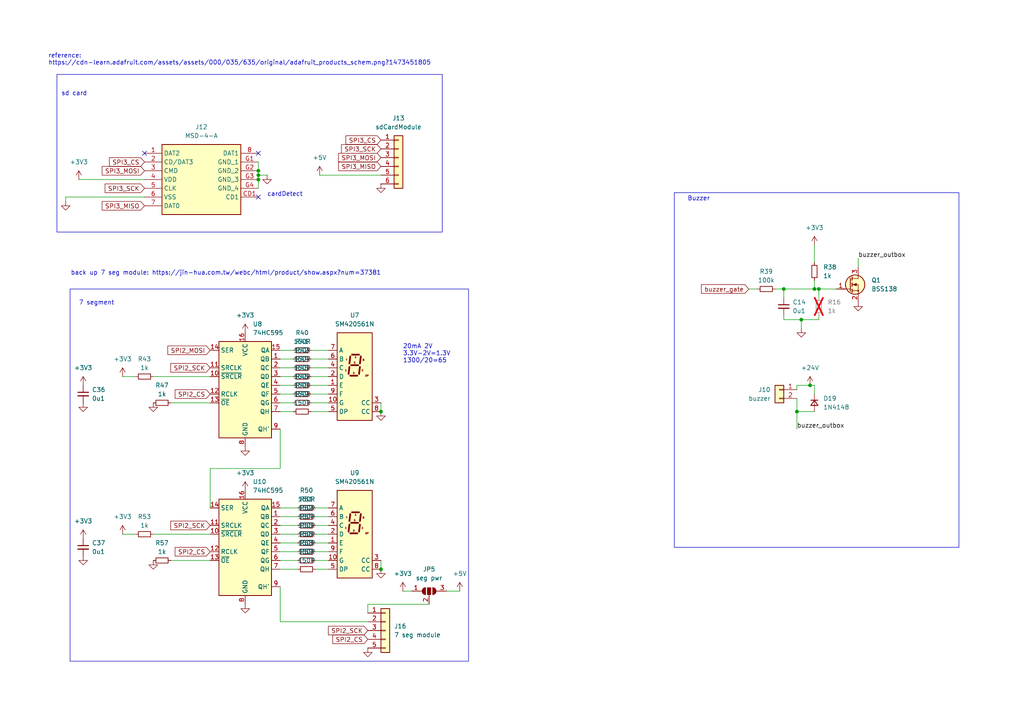
<source format=kicad_sch>
(kicad_sch (version 20231120) (generator "eeschema") (generator_version "8.0")
  (paper "A4")
  (title_block (title "rear box nucleo board 1") (date "2024-08-05") (rev "3.2") (company "NTURacing") (comment 1 "郭哲明") (comment 2 "Electrical group"))
  (lib_symbols
    (symbol "74xx:74HC595"
      (property "Reference" "U" (at -7.62 13.97 0))
      (property "Value" "74HC595" (at -7.62 -16.51 0))
      (symbol "74HC595_1_0"
        (pin tri_state line (at 10.16 7.62 180) (length 2.54) (name "QB") (number "1"))
        (pin input line (at -10.16 2.54 0) (length 2.54) (name "~{SRCLR}") (number "10"))
        (pin input line (at -10.16 5.08 0) (length 2.54) (name "SRCLK") (number "11"))
        (pin input line (at -10.16 -2.54 0) (length 2.54) (name "RCLK") (number "12"))
        (pin input line (at -10.16 -5.08 0) (length 2.54) (name "~{OE}") (number "13"))
        (pin input line (at -10.16 10.16 0) (length 2.54) (name "SER") (number "14"))
        (pin tri_state line (at 10.16 10.16 180) (length 2.54) (name "QA") (number "15"))
        (pin power_in line (at 0 15.24 270) (length 2.54) (name "VCC") (number "16"))
        (pin tri_state line (at 10.16 5.08 180) (length 2.54) (name "QC") (number "2"))
        (pin tri_state line (at 10.16 2.54 180) (length 2.54) (name "QD") (number "3"))
        (pin tri_state line (at 10.16 0 180) (length 2.54) (name "QE") (number "4"))
        (pin tri_state line (at 10.16 -2.54 180) (length 2.54) (name "QF") (number "5"))
        (pin tri_state line (at 10.16 -5.08 180) (length 2.54) (name "QG") (number "6"))
        (pin tri_state line (at 10.16 -7.62 180) (length 2.54) (name "QH") (number "7"))
        (pin power_in line (at 0 -17.78 90) (length 2.54) (name "GND") (number "8"))
        (pin output line (at 10.16 -12.7 180) (length 2.54) (name "QH'") (number "9"))
      )
      (symbol "74HC595_1_1"
        (rectangle (start -7.62 12.7) (end 7.62 -15.24) (stroke (width 0.254)) (fill (type background)))
      )
    )
    (symbol "Connector_Generic:Conn_01x02" (pin_names (offset 1.016) hide)
      (property "Reference" "J" (at 0 2.54 0))
      (property "Value" "Conn_01x02" (at 0 -5.08 0))
      (symbol "Conn_01x02_1_1"
        (rectangle (start -1.27 -2.413) (end 0 -2.667) (stroke (width 0.1524)))
        (rectangle (start -1.27 0.127) (end 0 -0.127) (stroke (width 0.1524)))
        (rectangle (start -1.27 1.27) (end 1.27 -3.81) (stroke (width 0.254)) (fill (type background)))
        (pin passive line (at -5.08 0 0) (length 3.81) (name "Pin_1") (number "1"))
        (pin passive line (at -5.08 -2.54 0) (length 3.81) (name "Pin_2") (number "2"))
      )
    )
    (symbol "Connector_Generic:Conn_01x05" (pin_names (offset 1.016) hide)
      (property "Reference" "J" (at 0 7.62 0))
      (property "Value" "Conn_01x05" (at 0 -7.62 0))
      (symbol "Conn_01x05_1_1"
        (rectangle (start -1.27 -4.953) (end 0 -5.207) (stroke (width 0.1524)))
        (rectangle (start -1.27 -2.413) (end 0 -2.667) (stroke (width 0.1524)))
        (rectangle (start -1.27 0.127) (end 0 -0.127) (stroke (width 0.1524)))
        (rectangle (start -1.27 2.667) (end 0 2.413) (stroke (width 0.1524)))
        (rectangle (start -1.27 5.207) (end 0 4.953) (stroke (width 0.1524)))
        (rectangle (start -1.27 6.35) (end 1.27 -6.35) (stroke (width 0.254)) (fill (type background)))
        (pin passive line (at -5.08 5.08 0) (length 3.81) (name "Pin_1") (number "1"))
        (pin passive line (at -5.08 2.54 0) (length 3.81) (name "Pin_2") (number "2"))
        (pin passive line (at -5.08 0 0) (length 3.81) (name "Pin_3") (number "3"))
        (pin passive line (at -5.08 -2.54 0) (length 3.81) (name "Pin_4") (number "4"))
        (pin passive line (at -5.08 -5.08 0) (length 3.81) (name "Pin_5") (number "5"))
      )
    )
    (symbol "Connector_Generic:Conn_01x06" (pin_names (offset 1.016) hide)
      (property "Reference" "J" (at 0 7.62 0))
      (property "Value" "Conn_01x06" (at 0 -10.16 0))
      (symbol "Conn_01x06_1_1"
        (rectangle (start -1.27 -7.493) (end 0 -7.747) (stroke (width 0.1524)))
        (rectangle (start -1.27 -4.953) (end 0 -5.207) (stroke (width 0.1524)))
        (rectangle (start -1.27 -2.413) (end 0 -2.667) (stroke (width 0.1524)))
        (rectangle (start -1.27 0.127) (end 0 -0.127) (stroke (width 0.1524)))
        (rectangle (start -1.27 2.667) (end 0 2.413) (stroke (width 0.1524)))
        (rectangle (start -1.27 5.207) (end 0 4.953) (stroke (width 0.1524)))
        (rectangle (start -1.27 6.35) (end 1.27 -8.89) (stroke (width 0.254)) (fill (type background)))
        (pin passive line (at -5.08 5.08 0) (length 3.81) (name "Pin_1") (number "1"))
        (pin passive line (at -5.08 2.54 0) (length 3.81) (name "Pin_2") (number "2"))
        (pin passive line (at -5.08 0 0) (length 3.81) (name "Pin_3") (number "3"))
        (pin passive line (at -5.08 -2.54 0) (length 3.81) (name "Pin_4") (number "4"))
        (pin passive line (at -5.08 -5.08 0) (length 3.81) (name "Pin_5") (number "5"))
        (pin passive line (at -5.08 -7.62 0) (length 3.81) (name "Pin_6") (number "6"))
      )
    )
    (symbol "Device:C_Small" (pin_numbers hide) (pin_names (offset 0.254) hide)
      (property "Reference" "C" (at 0.254 1.778 0))
      (property "Value" "C_Small" (at 0.254 -2.032 0))
      (symbol "C_Small_0_1"
        (polyline (pts (xy -1.524 -0.508) (xy 1.524 -0.508)) (stroke (width 0.3302)))
        (polyline (pts (xy -1.524 0.508) (xy 1.524 0.508)) (stroke (width 0.3048)))
      )
      (symbol "C_Small_1_1"
        (pin passive line (at 0 2.54 270) (length 2.032) (name "~") (number "1"))
        (pin passive line (at 0 -2.54 90) (length 2.032) (name "~") (number "2"))
      )
    )
    (symbol "Device:D_Small" (pin_numbers hide) (pin_names (offset 0.254) hide)
      (property "Reference" "D" (at -1.27 2.032 0))
      (property "Value" "D_Small" (at -3.81 -2.032 0))
      (symbol "D_Small_0_1"
        (polyline (pts (xy -0.762 -1.016) (xy -0.762 1.016)) (stroke (width 0.254)))
        (polyline (pts (xy -0.762 0) (xy 0.762 0)))
        (polyline (pts (xy 0.762 -1.016) (xy -0.762 0) (xy 0.762 1.016) (xy 0.762 -1.016)) (stroke (width 0.254)))
      )
      (symbol "D_Small_1_1"
        (pin passive line (at -2.54 0 0) (length 1.778) (name "K") (number "1"))
        (pin passive line (at 2.54 0 180) (length 1.778) (name "A") (number "2"))
      )
    )
    (symbol "Device:R_Small" (pin_numbers hide) (pin_names (offset 0.254) hide)
      (property "Reference" "R" (at 0.762 0.508 0))
      (property "Value" "R_Small" (at 0.762 -1.016 0))
      (symbol "R_Small_0_1"
        (rectangle (start -0.762 1.778) (end 0.762 -1.778) (stroke (width 0.2032)))
      )
      (symbol "R_Small_1_1"
        (pin passive line (at 0 2.54 270) (length 0.762) (name "~") (number "1"))
        (pin passive line (at 0 -2.54 90) (length 0.762) (name "~") (number "2"))
      )
    )
    (symbol "Display_Character:SM420561N"
      (property "Reference" "U" (at -2.54 13.97 0))
      (property "Value" "SM420561N" (at 1.27 13.97 0))
      (symbol "SM420561N_0_0"
        (text "A" (at 0.254 5.588 0) (effects (font (size 0.508 0.508))))
        (text "B" (at 2.54 4.826 0) (effects (font (size 0.508 0.508))))
        (text "C" (at 2.286 1.778 0) (effects (font (size 0.508 0.508))))
        (text "D" (at -0.254 1.016 0) (effects (font (size 0.508 0.508))))
        (text "DP" (at 3.556 0.254 0) (effects (font (size 0.508 0.508))))
        (text "E" (at -2.54 1.778 0) (effects (font (size 0.508 0.508))))
        (text "F" (at -2.286 4.826 0) (effects (font (size 0.508 0.508))))
        (text "G" (at 0 4.064 0) (effects (font (size 0.508 0.508))))
      )
      (symbol "SM420561N_0_1"
        (rectangle (start -5.08 12.7) (end 5.08 -12.7) (stroke (width 0.254)) (fill (type background)))
        (polyline (pts (xy -1.524 2.794) (xy -1.778 0.762)) (stroke (width 0.508)))
        (polyline (pts (xy -1.27 0.254) (xy 0.762 0.254)) (stroke (width 0.508)))
        (polyline (pts (xy -1.27 5.842) (xy -1.524 3.81)) (stroke (width 0.508)))
        (polyline (pts (xy -1.016 3.302) (xy 1.016 3.302)) (stroke (width 0.508)))
        (polyline (pts (xy -0.762 6.35) (xy 1.27 6.35)) (stroke (width 0.508)))
        (polyline (pts (xy 1.524 2.794) (xy 1.27 0.762)) (stroke (width 0.508)))
        (polyline (pts (xy 1.778 5.842) (xy 1.524 3.81)) (stroke (width 0.508)))
        (polyline (pts (xy 2.54 0.254) (xy 2.54 0.254)) (stroke (width 0.508)))
      )
      (symbol "SM420561N_1_1"
        (pin input line (at -7.62 -2.54 0) (length 2.54) (name "E") (number "1"))
        (pin input line (at -7.62 -7.62 0) (length 2.54) (name "G") (number "10"))
        (pin input line (at -7.62 0 0) (length 2.54) (name "D") (number "2"))
        (pin input line (at 7.62 -7.62 180) (length 2.54) (name "CC") (number "3"))
        (pin input line (at -7.62 2.54 0) (length 2.54) (name "C") (number "4"))
        (pin input line (at -7.62 -10.16 0) (length 2.54) (name "DP") (number "5"))
        (pin input line (at -7.62 5.08 0) (length 2.54) (name "B") (number "6"))
        (pin input line (at -7.62 7.62 0) (length 2.54) (name "A") (number "7"))
        (pin input line (at 7.62 -10.16 180) (length 2.54) (name "CC") (number "8"))
        (pin input line (at -7.62 -5.08 0) (length 2.54) (name "F") (number "9"))
      )
    )
    (symbol "Jumper:SolderJumper_3_Open" (pin_names (offset 0) hide) (exclude_from_sim yes) (in_bom no)
      (property "Reference" "JP" (at -2.54 -2.54 0))
      (property "Value" "SolderJumper_3_Open" (at 0 2.794 0))
      (symbol "SolderJumper_3_Open_0_1"
        (arc (start -1.016 1.016) (mid -2.0276 0) (end -1.016 -1.016))
        (arc (start -1.016 1.016) (mid -2.0276 0) (end -1.016 -1.016) (fill (type outline)))
        (rectangle (start -0.508 1.016) (end 0.508 -1.016) (fill (type outline)))
        (polyline (pts (xy -2.54 0) (xy -2.032 0)))
        (polyline (pts (xy -1.016 1.016) (xy -1.016 -1.016)))
        (polyline (pts (xy 0 -1.27) (xy 0 -1.016)))
        (polyline (pts (xy 1.016 1.016) (xy 1.016 -1.016)))
        (polyline (pts (xy 2.54 0) (xy 2.032 0)))
        (arc (start 1.016 -1.016) (mid 2.0276 0) (end 1.016 1.016))
        (arc (start 1.016 -1.016) (mid 2.0276 0) (end 1.016 1.016) (fill (type outline)))
      )
      (symbol "SolderJumper_3_Open_1_1"
        (pin passive line (at -5.08 0 0) (length 2.54) (name "A") (number "1"))
        (pin passive line (at 0 -3.81 90) (length 2.54) (name "C") (number "2"))
        (pin passive line (at 5.08 0 180) (length 2.54) (name "B") (number "3"))
      )
    )
    (symbol "PCM_Transistor_MOSFET_AKL:BSS138" (pin_names hide)
      (property "Reference" "Q" (at 5.08 1.27 0))
      (property "Value" "BSS138" (at 5.08 -1.27 0))
      (symbol "BSS138_0_1"
        (polyline (pts (xy 0.254 -1.27) (xy -2.54 -1.27)))
        (polyline (pts (xy 0.254 1.905) (xy 0.254 -1.905)) (stroke (width 0.254)))
        (polyline (pts (xy 0.762 -1.778) (xy 2.54 -1.778)))
        (polyline (pts (xy 0.762 -1.27) (xy 0.762 -2.286)) (stroke (width 0.254)))
        (polyline (pts (xy 0.762 0.508) (xy 0.762 -0.508)) (stroke (width 0.254)))
        (polyline (pts (xy 0.762 2.286) (xy 0.762 1.27)) (stroke (width 0.254)))
        (polyline (pts (xy 2.54 1.778) (xy 0.762 1.778)))
        (polyline (pts (xy 2.54 2.54) (xy 2.54 1.778)))
        (polyline (pts (xy 2.54 -2.54) (xy 2.54 0) (xy 0.762 0)))
        (polyline (pts (xy 1.016 0) (xy 2.032 0.381) (xy 2.032 -0.381) (xy 1.016 0)) (fill (type outline)))
        (circle (center 1.651 0) (radius 2.794) (stroke (width 0.254)) (fill (type background)))
        (circle (center 2.54 -1.778) (radius 0.1778) (fill (type outline)))
      )
      (symbol "BSS138_1_1"
        (pin input line (at -3.81 -1.27 0) (length 2.54) (name "G") (number "1"))
        (pin passive line (at 2.54 -5.08 90) (length 2.54) (name "S") (number "2"))
        (pin passive line (at 2.54 5.08 270) (length 2.54) (name "D") (number "3"))
      )
    )
    (symbol "SamacSys_Parts:MSD-4-A"
      (property "Reference" "J" (at 29.21 7.62 0))
      (property "Value" "MSD-4-A" (at 29.21 5.08 0))
      (symbol "MSD-4-A_1_1"
        (rectangle (start 5.08 2.54) (end 27.94 -17.78) (stroke (width 0.254)) (fill (type background)))
        (pin passive line (at 0 0 0) (length 5.08) (name "DAT2") (number "1"))
        (pin passive line (at 0 -2.54 0) (length 5.08) (name "CD/DAT3") (number "2"))
        (pin passive line (at 0 -5.08 0) (length 5.08) (name "CMD") (number "3"))
        (pin passive line (at 0 -7.62 0) (length 5.08) (name "VDD") (number "4"))
        (pin passive line (at 0 -10.16 0) (length 5.08) (name "CLK") (number "5"))
        (pin passive line (at 0 -12.7 0) (length 5.08) (name "VSS") (number "6"))
        (pin passive line (at 0 -15.24 0) (length 5.08) (name "DAT0") (number "7"))
        (pin passive line (at 33.02 0 180) (length 5.08) (name "DAT1") (number "8"))
        (pin passive line (at 33.02 -12.7 180) (length 5.08) (name "CD1") (number "CD1"))
        (pin passive line (at 33.02 -2.54 180) (length 5.08) (name "GND_1") (number "G1"))
        (pin passive line (at 33.02 -5.08 180) (length 5.08) (name "GND_2") (number "G2"))
        (pin passive line (at 33.02 -7.62 180) (length 5.08) (name "GND_3") (number "G3"))
        (pin passive line (at 33.02 -10.16 180) (length 5.08) (name "GND_4") (number "G4"))
      )
    )
    (symbol "power:+24V" (power) (pin_numbers hide) (pin_names (offset 0) hide)
      (property "Value" "+24V" (at 0 3.556 0))
      (symbol "+24V_0_1"
        (polyline (pts (xy -0.762 1.27) (xy 0 2.54)))
        (polyline (pts (xy 0 0) (xy 0 2.54)))
        (polyline (pts (xy 0 2.54) (xy 0.762 1.27)))
      )
      (symbol "+24V_1_1"
        (pin power_in line (at 0 0 90) (length 0) (name "~") (number "1"))
      )
    )
    (symbol "power:+3V3" (power) (pin_numbers hide) (pin_names (offset 0) hide)
      (property "Value" "+3V3" (at 0 3.556 0))
      (symbol "+3V3_0_1"
        (polyline (pts (xy -0.762 1.27) (xy 0 2.54)))
        (polyline (pts (xy 0 0) (xy 0 2.54)))
        (polyline (pts (xy 0 2.54) (xy 0.762 1.27)))
      )
      (symbol "+3V3_1_1"
        (pin power_in line (at 0 0 90) (length 0) (name "~") (number "1"))
      )
    )
    (symbol "power:+5V" (power) (pin_numbers hide) (pin_names (offset 0) hide)
      (property "Value" "+5V" (at 0 3.556 0))
      (symbol "+5V_0_1"
        (polyline (pts (xy -0.762 1.27) (xy 0 2.54)))
        (polyline (pts (xy 0 0) (xy 0 2.54)))
        (polyline (pts (xy 0 2.54) (xy 0.762 1.27)))
      )
      (symbol "+5V_1_1"
        (pin power_in line (at 0 0 90) (length 0) (name "~") (number "1"))
      )
    )
    (symbol "power:GND" (power) (pin_numbers hide) (pin_names (offset 0) hide)
      (property "Value" "GND" (at 0 -3.81 0))
      (symbol "GND_0_1"
        (polyline (pts (xy 0 0) (xy 0 -1.27) (xy 1.27 -1.27) (xy 0 -2.54) (xy -1.27 -1.27) (xy 0 -1.27)))
      )
      (symbol "GND_1_1"
        (pin power_in line (at 0 0 270) (length 0) (name "~") (number "1"))
      )
    )
  )
  (junction (at 237.49 83.82))
  (junction (at 74.93 50.8))
  (junction (at 227.33 83.82))
  (junction (at 231.14 119.38))
  (junction (at 110.49 119.38))
  (junction (at 232.41 92.71))
  (junction (at 110.49 165.1))
  (junction (at 234.95 111.76))
  (junction (at 236.22 83.82))
  (junction (at 74.93 52.07))
  (junction (at 74.93 49.53))
  (no_connect (at 74.93 57.15))
  (no_connect (at 41.91 44.45))
  (no_connect (at 74.93 44.45))
  (wire (pts (xy 81.28 119.38) (xy 85.09 119.38)))
  (wire (pts (xy 86.36 165.1) (xy 81.28 165.1)))
  (wire (pts (xy 133.35 171.45) (xy 129.54 171.45)))
  (wire (pts (xy 95.25 154.94) (xy 91.44 154.94)))
  (wire (pts (xy 95.25 160.02) (xy 91.44 160.02)))
  (wire (pts (xy 49.53 116.84) (xy 60.96 116.84)))
  (wire (pts (xy 39.37 109.22) (xy 35.56 109.22)))
  (wire (pts (xy 234.95 111.76) (xy 231.14 111.76)))
  (wire (pts (xy 237.49 83.82) (xy 242.57 83.82)))
  (wire (pts (xy 90.17 101.6) (xy 95.25 101.6)))
  (wire (pts (xy 81.28 111.76) (xy 85.09 111.76)))
  (wire (pts (xy 39.37 154.94) (xy 35.56 154.94)))
  (wire (pts (xy 81.28 116.84) (xy 85.09 116.84)))
  (wire (pts (xy 74.93 46.99) (xy 74.93 49.53)))
  (wire (pts (xy 77.47 50.8) (xy 74.93 50.8)))
  (wire (pts (xy 90.17 116.84) (xy 95.25 116.84)))
  (wire (pts (xy 236.22 111.76) (xy 236.22 114.3)))
  (wire (pts (xy 106.68 175.26) (xy 124.46 175.26)))
  (wire (pts (xy 224.79 83.82) (xy 227.33 83.82)))
  (wire (pts (xy 232.41 92.71) (xy 237.49 92.71)))
  (wire (pts (xy 22.86 52.07) (xy 41.91 52.07)))
  (wire (pts (xy 95.25 152.4) (xy 91.44 152.4)))
  (wire (pts (xy 106.68 177.8) (xy 106.68 175.26)))
  (wire (pts (xy 81.28 104.14) (xy 85.09 104.14)))
  (wire (pts (xy 19.05 58.42) (xy 19.05 57.15)))
  (wire (pts (xy 81.28 101.6) (xy 85.09 101.6)))
  (wire (pts (xy 74.93 49.53) (xy 74.93 50.8)))
  (wire (pts (xy 236.22 111.76) (xy 234.95 111.76)))
  (wire (pts (xy 86.36 160.02) (xy 81.28 160.02)))
  (wire (pts (xy 49.53 162.56) (xy 60.96 162.56)))
  (wire (pts (xy 95.25 147.32) (xy 91.44 147.32)))
  (wire (pts (xy 231.14 111.76) (xy 231.14 113.03)))
  (wire (pts (xy 44.45 109.22) (xy 60.96 109.22)))
  (wire (pts (xy 232.41 95.25) (xy 232.41 92.71)))
  (wire (pts (xy 90.17 111.76) (xy 95.25 111.76)))
  (wire (pts (xy 90.17 114.3) (xy 95.25 114.3)))
  (wire (pts (xy 236.22 81.28) (xy 236.22 83.82)))
  (wire (pts (xy 81.28 135.89) (xy 60.96 135.89)))
  (wire (pts (xy 86.36 162.56) (xy 81.28 162.56)))
  (wire (pts (xy 90.17 104.14) (xy 95.25 104.14)))
  (wire (pts (xy 95.25 165.1) (xy 91.44 165.1)))
  (wire (pts (xy 81.28 180.34) (xy 81.28 170.18)))
  (wire (pts (xy 95.25 149.86) (xy 91.44 149.86)))
  (wire (pts (xy 90.17 119.38) (xy 95.25 119.38)))
  (wire (pts (xy 74.93 50.8) (xy 74.93 52.07)))
  (wire (pts (xy 237.49 86.36) (xy 237.49 83.82)))
  (wire (pts (xy 110.49 162.56) (xy 110.49 165.1)))
  (wire (pts (xy 106.68 180.34) (xy 81.28 180.34)))
  (wire (pts (xy 86.36 154.94) (xy 81.28 154.94)))
  (wire (pts (xy 95.25 157.48) (xy 91.44 157.48)))
  (wire (pts (xy 232.41 92.71) (xy 227.33 92.71)))
  (wire (pts (xy 81.28 109.22) (xy 85.09 109.22)))
  (wire (pts (xy 236.22 83.82) (xy 237.49 83.82)))
  (wire (pts (xy 92.71 50.8) (xy 110.49 50.8)))
  (wire (pts (xy 227.33 92.71) (xy 227.33 91.44)))
  (wire (pts (xy 90.17 106.68) (xy 95.25 106.68)))
  (wire (pts (xy 227.33 83.82) (xy 236.22 83.82)))
  (wire (pts (xy 227.33 86.36) (xy 227.33 83.82)))
  (wire (pts (xy 86.36 152.4) (xy 81.28 152.4)))
  (wire (pts (xy 116.84 171.45) (xy 119.38 171.45)))
  (wire (pts (xy 74.93 52.07) (xy 74.93 54.61)))
  (wire (pts (xy 81.28 106.68) (xy 85.09 106.68)))
  (wire (pts (xy 217.17 83.82) (xy 219.71 83.82)))
  (wire (pts (xy 86.36 149.86) (xy 81.28 149.86)))
  (wire (pts (xy 248.92 74.93) (xy 248.92 77.47)))
  (wire (pts (xy 19.05 57.15) (xy 41.91 57.15)))
  (wire (pts (xy 81.28 114.3) (xy 85.09 114.3)))
  (wire (pts (xy 60.96 135.89) (xy 60.96 147.32)))
  (wire (pts (xy 110.49 119.38) (xy 110.49 116.84)))
  (wire (pts (xy 237.49 92.71) (xy 237.49 91.44)))
  (wire (pts (xy 86.36 147.32) (xy 81.28 147.32)))
  (wire (pts (xy 90.17 109.22) (xy 95.25 109.22)))
  (wire (pts (xy 236.22 119.38) (xy 231.14 119.38)))
  (wire (pts (xy 236.22 71.12) (xy 236.22 76.2)))
  (wire (pts (xy 81.28 124.46) (xy 81.28 135.89)))
  (wire (pts (xy 86.36 157.48) (xy 81.28 157.48)))
  (wire (pts (xy 231.14 115.57) (xy 231.14 119.38)))
  (wire (pts (xy 95.25 162.56) (xy 91.44 162.56)))
  (wire (pts (xy 44.45 154.94) (xy 60.96 154.94)))
  (wire (pts (xy 231.14 119.38) (xy 231.14 124.46)))
  (rectangle (start 16.51 21.59) (end 128.27 67.31))
  (rectangle (start 20.32 83.82) (end 135.89 191.77))
  (rectangle (start 195.58 55.88) (end 278.13 158.75))
  (text "reference:\nhttps://cdn-learn.adafruit.com/assets/assets/000/035/635/original/adafruit_products_schem.png?1473451805" (at 13.97 19.05 0) (effects (font (size 1.27 1.27)) (justify left bottom)))
  (text "20mA 2V\n3.3V-2V=1.3V\n1300/20=65" (at 116.84 105.41 0) (effects (font (size 1.27 1.27)) (justify left bottom)))
  (text "7 segment" (at 22.86 88.646 0) (effects (font (size 1.27 1.27)) (justify left bottom)))
  (text "back up 7 seg module: https://jin-hua.com.tw/webc/html/product/show.aspx?num=37381" (at 65.532 79.248 0) (effects (font (size 1.27 1.27))))
  (text "cardDetect" (at 77.47 57.15 0) (effects (font (size 1.27 1.27)) (justify left bottom)))
  (text "sd card" (at 17.78 27.94 0) (effects (font (size 1.27 1.27)) (justify left bottom)))
  (text "Buzzer" (at 199.39 58.42 0) (effects (font (size 1.27 1.27)) (justify left bottom)))
  (label "buzzer_outbox" (at 248.92 74.93 0))
  (label "buzzer_outbox" (at 231.14 124.46 0))
  (global_label "SPI2_MOSI" (shape input) (at 60.96 101.6 180) (property "Intersheetrefs" "${INTERSHEET_REFS}" (effects (hide yes))))
  (global_label "SPI3_CS" (shape input) (at 41.91 46.99 180) (property "Intersheetrefs" "${INTERSHEET_REFS}" (effects (hide yes))))
  (global_label "SPI3_MISO" (shape input) (at 110.49 48.26 180) (property "Intersheetrefs" "${INTERSHEET_REFS}" (effects (hide yes))))
  (global_label "SPI3_MOSI" (shape input) (at 41.91 49.53 180) (property "Intersheetrefs" "${INTERSHEET_REFS}" (effects (hide yes))))
  (global_label "SPI2_CS" (shape input) (at 106.68 185.42 180) (property "Intersheetrefs" "${INTERSHEET_REFS}" (effects (hide yes))))
  (global_label "SPI3_CS" (shape input) (at 110.49 40.64 180) (property "Intersheetrefs" "${INTERSHEET_REFS}" (effects (hide yes))))
  (global_label "SPI3_SCK" (shape input) (at 41.91 54.61 180) (property "Intersheetrefs" "${INTERSHEET_REFS}" (effects (hide yes))))
  (global_label "SPI3_SCK" (shape input) (at 110.49 43.18 180) (property "Intersheetrefs" "${INTERSHEET_REFS}" (effects (hide yes))))
  (global_label "SPI3_MISO" (shape input) (at 41.91 59.69 180) (property "Intersheetrefs" "${INTERSHEET_REFS}" (effects (hide yes))))
  (global_label "SPI2_SCK" (shape input) (at 106.68 182.88 180) (property "Intersheetrefs" "${INTERSHEET_REFS}" (effects (hide yes))))
  (global_label "SPI2_SCK" (shape input) (at 60.96 106.68 180) (property "Intersheetrefs" "${INTERSHEET_REFS}" (effects (hide yes))))
  (global_label "buzzer_gate" (shape input) (at 217.17 83.82 180) (property "Intersheetrefs" "${INTERSHEET_REFS}" (effects (hide yes))))
  (global_label "SPI3_MOSI" (shape input) (at 110.49 45.72 180) (property "Intersheetrefs" "${INTERSHEET_REFS}" (effects (hide yes))))
  (global_label "SPI2_CS" (shape input) (at 60.96 114.3 180) (property "Intersheetrefs" "${INTERSHEET_REFS}" (effects (hide yes))))
  (global_label "SPI2_SCK" (shape input) (at 60.96 152.4 180) (property "Intersheetrefs" "${INTERSHEET_REFS}" (effects (hide yes))))
  (global_label "SPI2_CS" (shape input) (at 60.96 160.02 180) (property "Intersheetrefs" "${INTERSHEET_REFS}" (effects (hide yes))))
  (symbol (lib_id "Device:R_Small") (at 88.9 149.86 90) (unit 1)
    (property "Reference" "R51" (at 88.9 144.78 90))
    (property "Value" "150R" (at 88.9 147.32 90))
    (property "Footprint" "Resistor_SMD:R_0603_1608Metric" (effects (hide yes)))
    (property "Description" "Resistor, small symbol" (effects (hide yes)))
  )
  (symbol (lib_id "power:+3V3") (at 35.56 109.22 0) (unit 1)
    (property "Reference" "#PWR0138" (effects (hide yes)))
    (property "Value" "+3V3" (at 35.56 104.14 0))
    (property "Description" "Power symbol creates a global label with name \"+3V3\"" (effects (hide yes)))
  )
  (symbol (lib_id "Device:C_Small") (at 227.33 88.9 0) (unit 1)
    (property "Reference" "C14" (at 229.87 87.6363 0) (effects (justify left)))
    (property "Value" "0u1" (at 229.87 90.1763 0) (effects (justify left)))
    (property "Footprint" "Capacitor_SMD:C_0603_1608Metric" (effects (hide yes)))
    (property "Description" "Unpolarized capacitor, small symbol" (effects (hide yes)))
  )
  (symbol (lib_id "Device:R_Small") (at 88.9 154.94 90) (unit 1)
    (property "Reference" "R54" (at 88.9 149.86 90))
    (property "Value" "150R" (at 88.9 152.4 90))
    (property "Footprint" "Resistor_SMD:R_0603_1608Metric" (effects (hide yes)))
    (property "Description" "Resistor, small symbol" (effects (hide yes)))
  )
  (symbol (lib_id "power:+3V3") (at 236.22 71.12 0) (unit 1)
    (property "Reference" "#PWR063" (effects (hide yes)))
    (property "Value" "+3V3" (at 236.22 66.04 0))
    (property "Description" "Power symbol creates a global label with name \"+3V3\"" (effects (hide yes)))
  )
  (symbol (lib_id "Display_Character:SM420561N") (at 102.87 154.94 0) (unit 1)
    (property "Reference" "U9" (at 102.87 137.16 0))
    (property "Value" "SM420561N" (at 102.87 139.7 0))
    (property "Footprint" "Display_7Segment:7SegmentLED_LTS6760_LTS6780" (effects (hide yes)))
    (property "Datasheet" "https://datasheet.lcsc.com/szlcsc/Wuxi-ARK-Tech-Elec-SM420561N_C141367.pdf" (effects (hide yes)))
    (property "Description" "One digit 7 segment blue LED, common cathode" (effects (hide yes)))
  )
  (symbol (lib_id "Device:R_Small") (at 41.91 109.22 90) (unit 1)
    (property "Reference" "R43" (at 41.91 104.14 90))
    (property "Value" "1k" (at 41.91 106.68 90))
    (property "Footprint" "Resistor_SMD:R_0603_1608Metric" (effects (hide yes)))
    (property "Description" "Resistor, small symbol" (effects (hide yes)))
  )
  (symbol (lib_id "power:+3V3") (at 24.13 111.76 0) (unit 1)
    (property "Reference" "#PWR0139" (effects (hide yes)))
    (property "Value" "+3V3" (at 24.13 106.68 0))
    (property "Description" "Power symbol creates a global label with name \"+3V3\"" (effects (hide yes)))
  )
  (symbol (lib_id "Device:R_Small") (at 87.63 109.22 90) (unit 1)
    (property "Reference" "R44" (at 87.63 104.14 90))
    (property "Value" "150R" (at 87.63 106.68 90))
    (property "Footprint" "Resistor_SMD:R_0603_1608Metric" (effects (hide yes)))
    (property "Description" "Resistor, small symbol" (effects (hide yes)))
  )
  (symbol (lib_id "power:GND") (at 71.12 175.26 0) (unit 1)
    (property "Reference" "#PWR0151" (effects (hide yes)))
    (property "Value" "GND" (effects (hide yes)))
    (property "Description" "Power symbol creates a global label with name \"GND\" , ground" (effects (hide yes)))
  )
  (symbol (lib_id "power:GND") (at 232.41 95.25 0) (unit 1)
    (property "Reference" "#PWR071" (effects (hide yes)))
    (property "Value" "GND" (effects (hide yes)))
    (property "Description" "Power symbol creates a global label with name \"GND\" , ground" (effects (hide yes)))
  )
  (symbol (lib_id "Device:C_Small") (at 24.13 158.75 0) (unit 1)
    (property "Reference" "C37" (at 26.67 157.4863 0) (effects (justify left)))
    (property "Value" "0u1" (at 26.67 160.0263 0) (effects (justify left)))
    (property "Footprint" "Capacitor_SMD:C_0603_1608Metric" (effects (hide yes)))
    (property "Description" "Unpolarized capacitor, small symbol" (effects (hide yes)))
  )
  (symbol (lib_id "power:+3V3") (at 22.86 52.07 0) (unit 1)
    (property "Reference" "#PWR0131" (effects (hide yes)))
    (property "Value" "+3V3" (at 22.86 46.99 0))
    (property "Description" "Power symbol creates a global label with name \"+3V3\"" (effects (hide yes)))
  )
  (symbol (lib_id "power:+24V") (at 234.95 111.76 0) (unit 1)
    (property "Reference" "#PWR0135" (effects (hide yes)))
    (property "Value" "+24V" (at 234.95 106.68 0))
    (property "Description" "Power symbol creates a global label with name \"+24V\"" (effects (hide yes)))
  )
  (symbol (lib_id "Device:R_Small") (at 88.9 162.56 90) (unit 1)
    (property "Reference" "R58" (at 88.9 157.48 90))
    (property "Value" "150R" (at 88.9 160.02 90))
    (property "Footprint" "Resistor_SMD:R_0603_1608Metric" (effects (hide yes)))
    (property "Description" "Resistor, small symbol" (effects (hide yes)))
  )
  (symbol (lib_id "Connector_Generic:Conn_01x02") (at 226.06 113.03 0) (mirror y) (unit 1)
    (property "Reference" "J10" (at 223.52 113.03 0) (effects (justify left)))
    (property "Value" "buzzer" (at 223.52 115.57 0) (effects (justify left)))
    (property "Footprint" "Connector_JST:JST_XH_B2B-XH-A_1x02_P2.50mm_Vertical" (effects (hide yes)))
    (property "Description" "Generic connector, single row, 01x02, script generated (kicad-library-utils/schlib/autogen/connector/)" (effects (hide yes)))
    (instances (project "electronics" (path "" (reference "J10") (unit 1))) (project "rearbox_nucleo_1" (path "" (reference "J14") (unit 1))))
  )
  (symbol (lib_id "Device:C_Small") (at 24.13 114.3 0) (unit 1)
    (property "Reference" "C36" (at 26.67 113.0363 0) (effects (justify left)))
    (property "Value" "0u1" (at 26.67 115.5763 0) (effects (justify left)))
    (property "Footprint" "Capacitor_SMD:C_0603_1608Metric" (effects (hide yes)))
    (property "Description" "Unpolarized capacitor, small symbol" (effects (hide yes)))
  )
  (symbol (lib_id "power:+3V3") (at 35.56 154.94 0) (unit 1)
    (property "Reference" "#PWR0146" (effects (hide yes)))
    (property "Value" "+3V3" (at 35.56 149.86 0))
    (property "Description" "Power symbol creates a global label with name \"+3V3\"" (effects (hide yes)))
  )
  (symbol (lib_id "power:GND") (at 110.49 119.38 0) (unit 1)
    (property "Reference" "#PWR0143" (effects (hide yes)))
    (property "Value" "GND" (effects (hide yes)))
    (property "Description" "Power symbol creates a global label with name \"GND\" , ground" (effects (hide yes)))
  )
  (symbol (lib_id "Device:R_Small") (at 87.63 111.76 90) (unit 1)
    (property "Reference" "R45" (at 87.63 106.68 90))
    (property "Value" "150R" (at 87.63 109.22 90))
    (property "Footprint" "Resistor_SMD:R_0603_1608Metric" (effects (hide yes)))
    (property "Description" "Resistor, small symbol" (effects (hide yes)))
  )
  (symbol (lib_id "Device:R_Small") (at 87.63 116.84 90) (unit 1)
    (property "Reference" "R48" (at 87.63 111.76 90))
    (property "Value" "150R" (at 87.63 114.3 90))
    (property "Footprint" "Resistor_SMD:R_0603_1608Metric" (effects (hide yes)))
    (property "Description" "Resistor, small symbol" (effects (hide yes)))
  )
  (symbol (lib_id "power:GND") (at 248.92 87.63 0) (unit 1)
    (property "Reference" "#PWR062" (effects (hide yes)))
    (property "Value" "GND" (effects (hide yes)))
    (property "Description" "Power symbol creates a global label with name \"GND\" , ground" (effects (hide yes)))
  )
  (symbol (lib_id "Device:R_Small") (at 222.25 83.82 270) (unit 1)
    (property "Reference" "R39" (at 222.25 78.74 90))
    (property "Value" "100k" (at 222.25 81.28 90))
    (property "Footprint" "Resistor_SMD:R_0603_1608Metric" (effects (hide yes)))
    (property "Description" "Resistor, small symbol" (effects (hide yes)))
  )
  (symbol (lib_id "Device:R_Small") (at 87.63 119.38 90) (unit 1)
    (property "Reference" "R49" (at 87.63 114.3 90))
    (property "Value" "150R" (at 87.63 116.84 90))
    (property "Footprint" "Resistor_SMD:R_0603_1608Metric" (effects (hide yes)))
    (property "Description" "Resistor, small symbol" (effects (hide yes)))
  )
  (symbol (lib_id "power:+5V") (at 133.35 171.45 0) (unit 1)
    (property "Reference" "#PWR0170" (effects (hide yes)))
    (property "Value" "+5V" (at 133.35 166.37 0))
    (property "Description" "Power symbol creates a global label with name \"+5V\"" (effects (hide yes)))
  )
  (symbol (lib_id "Device:R_Small") (at 88.9 160.02 90) (unit 1)
    (property "Reference" "R56" (at 88.9 154.94 90))
    (property "Value" "150R" (at 88.9 157.48 90))
    (property "Footprint" "Resistor_SMD:R_0603_1608Metric" (effects (hide yes)))
    (property "Description" "Resistor, small symbol" (effects (hide yes)))
  )
  (symbol (lib_id "Connector_Generic:Conn_01x05") (at 111.76 182.88 0) (unit 1)
    (property "Reference" "J16" (at 114.3 181.6099 0) (effects (justify left)))
    (property "Value" "7 seg module" (at 114.3 184.1499 0) (effects (justify left)))
    (property "Footprint" "Connector_PinHeader_2.54mm:PinHeader_1x05_P2.54mm_Vertical" (effects (hide yes)))
    (property "Description" "Generic connector, single row, 01x05, script generated (kicad-library-utils/schlib/autogen/connector/)" (effects (hide yes)))
  )
  (symbol (lib_id "Device:R_Small") (at 87.63 104.14 90) (unit 1)
    (property "Reference" "R41" (at 87.63 99.06 90))
    (property "Value" "150R" (at 87.63 101.6 90))
    (property "Footprint" "Resistor_SMD:R_0603_1608Metric" (effects (hide yes)))
    (property "Description" "Resistor, small symbol" (effects (hide yes)))
  )
  (symbol (lib_id "power:+5V") (at 92.71 50.8 0) (unit 1)
    (property "Reference" "#PWR0130" (effects (hide yes)))
    (property "Value" "+5V" (at 92.71 45.72 0))
    (property "Description" "Power symbol creates a global label with name \"+5V\"" (effects (hide yes)))
  )
  (symbol (lib_id "power:GND") (at 24.13 116.84 0) (unit 1)
    (property "Reference" "#PWR0141" (effects (hide yes)))
    (property "Value" "GND" (effects (hide yes)))
    (property "Description" "Power symbol creates a global label with name \"GND\" , ground" (effects (hide yes)))
  )
  (symbol (lib_id "power:GND") (at 106.68 187.96 0) (unit 1)
    (property "Reference" "#PWR0171" (effects (hide yes)))
    (property "Value" "GND" (effects (hide yes)))
    (property "Description" "Power symbol creates a global label with name \"GND\" , ground" (effects (hide yes)))
  )
  (symbol (lib_id "74xx:74HC595") (at 71.12 157.48 0) (unit 1)
    (property "Reference" "U10" (at 73.3141 139.7 0) (effects (justify left)))
    (property "Value" "74HC595" (at 73.3141 142.24 0) (effects (justify left)))
    (property "Footprint" "Package_SO:SOIC-16_3.9x9.9mm_P1.27mm" (effects (hide yes)))
    (property "Datasheet" "http://www.ti.com/lit/ds/symlink/sn74hc595.pdf" (effects (hide yes)))
    (property "Description" "8-bit serial in/out Shift Register 3-State Outputs" (effects (hide yes)))
  )
  (symbol (lib_id "power:GND") (at 44.45 162.56 0) (unit 1)
    (property "Reference" "#PWR0149" (effects (hide yes)))
    (property "Value" "GND" (effects (hide yes)))
    (property "Description" "Power symbol creates a global label with name \"GND\" , ground" (effects (hide yes)))
  )
  (symbol (lib_id "Device:R_Small") (at 236.22 78.74 180) (unit 1)
    (property "Reference" "R38" (at 238.76 77.4699 0) (effects (justify right)))
    (property "Value" "1k" (at 238.76 80.0099 0) (effects (justify right)))
    (property "Footprint" "Resistor_SMD:R_0603_1608Metric" (effects (hide yes)))
    (property "Description" "Resistor, small symbol" (effects (hide yes)))
  )
  (symbol (lib_id "Jumper:SolderJumper_3_Open") (at 124.46 171.45 0) (unit 1)
    (property "Reference" "JP5" (at 124.46 165.1 0))
    (property "Value" "seg pwr" (at 124.46 167.64 0))
    (property "Footprint" "Jumper:SolderJumper-3_P1.3mm_Open_Pad1.0x1.5mm_NumberLabels" (effects (hide yes)))
    (property "Description" "Solder Jumper, 3-pole, open" (effects (hide yes)))
  )
  (symbol (lib_id "power:GND") (at 77.47 50.8 0) (unit 1)
    (property "Reference" "#PWR0129" (effects (hide yes)))
    (property "Value" "GND" (effects (hide yes)))
    (property "Description" "Power symbol creates a global label with name \"GND\" , ground" (effects (hide yes)))
  )
  (symbol (lib_id "74xx:74HC595") (at 71.12 111.76 0) (unit 1)
    (property "Reference" "U8" (at 73.3141 93.98 0) (effects (justify left)))
    (property "Value" "74HC595" (at 73.3141 96.52 0) (effects (justify left)))
    (property "Footprint" "Package_SO:SOIC-16_3.9x9.9mm_P1.27mm" (effects (hide yes)))
    (property "Datasheet" "http://www.ti.com/lit/ds/symlink/sn74hc595.pdf" (effects (hide yes)))
    (property "Description" "8-bit serial in/out Shift Register 3-State Outputs" (effects (hide yes)))
  )
  (symbol (lib_id "Device:R_Small") (at 88.9 165.1 90) (unit 1)
    (property "Reference" "R59" (at 88.9 160.02 90))
    (property "Value" "150R" (at 88.9 162.56 90))
    (property "Footprint" "Resistor_SMD:R_0603_1608Metric" (effects (hide yes)))
    (property "Description" "Resistor, small symbol" (effects (hide yes)))
  )
  (symbol (lib_id "PCM_Transistor_MOSFET_AKL:BSS138") (at 246.38 82.55 0) (unit 1)
    (property "Reference" "Q1" (at 252.73 81.2799 0) (effects (justify left)))
    (property "Value" "BSS138" (at 252.73 83.8199 0) (effects (justify left)))
    (property "Footprint" "Package_TO_SOT_SMD:SOT-23" (effects (hide yes)))
    (property "Datasheet" "https://www.tme.eu/Document/2b32cdd3c66afedbcd628e73d93ae817/BSS138-7-F.pdf" (effects (hide yes)))
    (property "Description" "SOT-23 N-MOSFET enchancement mode transistor, 50V, 200mA, 300mW, Alternate KiCAD Library" (effects (hide yes)))
  )
  (symbol (lib_id "Device:R_Small") (at 237.49 88.9 180) (unit 1) (dnp yes)
    (property "Reference" "R16" (at 240.03 87.6299 0) (effects (justify right)))
    (property "Value" "1k" (at 240.03 90.1699 0) (effects (justify right)))
    (property "Footprint" "Resistor_SMD:R_0603_1608Metric" (effects (hide yes)))
    (property "Description" "Resistor, small symbol" (effects (hide yes)))
  )
  (symbol (lib_id "Device:R_Small") (at 87.63 101.6 90) (unit 1)
    (property "Reference" "R40" (at 87.63 96.52 90))
    (property "Value" "150R" (at 87.63 99.06 90))
    (property "Footprint" "Resistor_SMD:R_0603_1608Metric" (effects (hide yes)))
    (property "Description" "Resistor, small symbol" (effects (hide yes)))
  )
  (symbol (lib_id "power:+3V3") (at 71.12 96.52 0) (unit 1)
    (property "Reference" "#PWR0137" (effects (hide yes)))
    (property "Value" "+3V3" (at 71.12 91.44 0))
    (property "Description" "Power symbol creates a global label with name \"+3V3\"" (effects (hide yes)))
  )
  (symbol (lib_id "Device:R_Small") (at 41.91 154.94 90) (unit 1)
    (property "Reference" "R53" (at 41.91 149.86 90))
    (property "Value" "1k" (at 41.91 152.4 90))
    (property "Footprint" "Resistor_SMD:R_0603_1608Metric" (effects (hide yes)))
    (property "Description" "Resistor, small symbol" (effects (hide yes)))
  )
  (symbol (lib_id "SamacSys_Parts:MSD-4-A") (at 41.91 44.45 0) (unit 1)
    (property "Reference" "J12" (at 58.42 36.83 0))
    (property "Value" "MSD-4-A" (at 58.42 39.37 0))
    (property "Footprint" "SamacSys_Parts:MSD4A" (effects (hide yes)))
    (property "Datasheet" "https://www.cuidevices.com/product/resource/pdf/msd-4-a.pdf" (effects (hide yes)))
    (property "Description" "Memory Card Connectors 9 Positions, Push In, Auto Eject Out, SMT, 1.8 mm Height Above Board," (effects (hide yes)))
    (property "Height" "2" (effects (hide yes)))
    (property "Mouser Part Number" "179-MSD-4-A" (effects (hide yes)))
    (property "Mouser Price/Stock" "https://www.mouser.co.uk/ProductDetail/CUI-Devices/MSD-4-A?qs=Z%252BL2brAPG1Jll%252BQTi%252Btupg%3D%3D" (effects (hide yes)))
    (property "Manufacturer_Name" "CUI Devices" (effects (hide yes)))
    (property "Manufacturer_Part_Number" "MSD-4-A" (effects (hide yes)))
  )
  (symbol (lib_id "power:GND") (at 71.12 129.54 0) (unit 1)
    (property "Reference" "#PWR0144" (effects (hide yes)))
    (property "Value" "GND" (effects (hide yes)))
    (property "Description" "Power symbol creates a global label with name \"GND\" , ground" (effects (hide yes)))
  )
  (symbol (lib_id "power:+3V3") (at 71.12 142.24 0) (unit 1)
    (property "Reference" "#PWR0145" (effects (hide yes)))
    (property "Value" "+3V3" (at 71.12 137.16 0))
    (property "Description" "Power symbol creates a global label with name \"+3V3\"" (effects (hide yes)))
  )
  (symbol (lib_id "Device:R_Small") (at 88.9 147.32 90) (unit 1)
    (property "Reference" "R50" (at 88.9 142.24 90))
    (property "Value" "150R" (at 88.9 144.78 90))
    (property "Footprint" "Resistor_SMD:R_0603_1608Metric" (effects (hide yes)))
    (property "Description" "Resistor, small symbol" (effects (hide yes)))
  )
  (symbol (lib_id "Device:R_Small") (at 88.9 157.48 90) (unit 1)
    (property "Reference" "R55" (at 88.9 152.4 90))
    (property "Value" "150R" (at 88.9 154.94 90))
    (property "Footprint" "Resistor_SMD:R_0603_1608Metric" (effects (hide yes)))
    (property "Description" "Resistor, small symbol" (effects (hide yes)))
  )
  (symbol (lib_id "Display_Character:SM420561N") (at 102.87 109.22 0) (unit 1)
    (property "Reference" "U7" (at 102.87 91.44 0))
    (property "Value" "SM420561N" (at 102.87 93.98 0))
    (property "Footprint" "Display_7Segment:7SegmentLED_LTS6760_LTS6780" (effects (hide yes)))
    (property "Datasheet" "https://datasheet.lcsc.com/szlcsc/Wuxi-ARK-Tech-Elec-SM420561N_C141367.pdf" (effects (hide yes)))
    (property "Description" "One digit 7 segment blue LED, common cathode" (effects (hide yes)))
  )
  (symbol (lib_id "Device:R_Small") (at 87.63 114.3 90) (unit 1)
    (property "Reference" "R46" (at 87.63 109.22 90))
    (property "Value" "150R" (at 87.63 111.76 90))
    (property "Footprint" "Resistor_SMD:R_0603_1608Metric" (effects (hide yes)))
    (property "Description" "Resistor, small symbol" (effects (hide yes)))
  )
  (symbol (lib_id "power:+3V3") (at 24.13 156.21 0) (unit 1)
    (property "Reference" "#PWR0147" (effects (hide yes)))
    (property "Value" "+3V3" (at 24.13 151.13 0))
    (property "Description" "Power symbol creates a global label with name \"+3V3\"" (effects (hide yes)))
  )
  (symbol (lib_id "power:GND") (at 24.13 161.29 0) (unit 1)
    (property "Reference" "#PWR0148" (effects (hide yes)))
    (property "Value" "GND" (effects (hide yes)))
    (property "Description" "Power symbol creates a global label with name \"GND\" , ground" (effects (hide yes)))
  )
  (symbol (lib_id "power:GND") (at 44.45 116.84 0) (unit 1)
    (property "Reference" "#PWR0142" (effects (hide yes)))
    (property "Value" "GND" (effects (hide yes)))
    (property "Description" "Power symbol creates a global label with name \"GND\" , ground" (effects (hide yes)))
  )
  (symbol (lib_id "Device:R_Small") (at 46.99 116.84 90) (unit 1)
    (property "Reference" "R47" (at 46.99 111.76 90))
    (property "Value" "1k" (at 46.99 114.3 90))
    (property "Footprint" "Resistor_SMD:R_0603_1608Metric" (effects (hide yes)))
    (property "Description" "Resistor, small symbol" (effects (hide yes)))
  )
  (symbol (lib_id "Device:R_Small") (at 87.63 106.68 90) (unit 1)
    (property "Reference" "R42" (at 87.63 101.6 90))
    (property "Value" "150R" (at 87.63 104.14 90))
    (property "Footprint" "Resistor_SMD:R_0603_1608Metric" (effects (hide yes)))
    (property "Description" "Resistor, small symbol" (effects (hide yes)))
  )
  (symbol (lib_id "power:GND") (at 110.49 53.34 0) (mirror y) (unit 1)
    (property "Reference" "#PWR0132" (effects (hide yes)))
    (property "Value" "GND" (effects (hide yes)))
    (property "Description" "Power symbol creates a global label with name \"GND\" , ground" (effects (hide yes)))
  )
  (symbol (lib_id "Device:R_Small") (at 88.9 152.4 90) (unit 1)
    (property "Reference" "R52" (at 88.9 147.32 90))
    (property "Value" "150R" (at 88.9 149.86 90))
    (property "Footprint" "Resistor_SMD:R_0603_1608Metric" (effects (hide yes)))
    (property "Description" "Resistor, small symbol" (effects (hide yes)))
  )
  (symbol (lib_id "power:GND") (at 110.49 165.1 0) (unit 1)
    (property "Reference" "#PWR0150" (effects (hide yes)))
    (property "Value" "GND" (effects (hide yes)))
    (property "Description" "Power symbol creates a global label with name \"GND\" , ground" (effects (hide yes)))
  )
  (symbol (lib_id "power:GND") (at 19.05 58.42 0) (unit 1)
    (property "Reference" "#PWR0133" (effects (hide yes)))
    (property "Value" "GND" (effects (hide yes)))
    (property "Description" "Power symbol creates a global label with name \"GND\" , ground" (effects (hide yes)))
  )
  (symbol (lib_id "Connector_Generic:Conn_01x06") (at 115.57 45.72 0) (unit 1)
    (property "Reference" "J13" (at 115.57 34.29 0))
    (property "Value" "sdCardModule" (at 115.57 36.83 0))
    (property "Footprint" "Connector_PinSocket_2.54mm:PinSocket_1x06_P2.54mm_Vertical" (effects (hide yes)))
    (property "Description" "Generic connector, single row, 01x06, script generated (kicad-library-utils/schlib/autogen/connector/)" (effects (hide yes)))
  )
  (symbol (lib_id "power:+3V3") (at 116.84 171.45 0) (unit 1)
    (property "Reference" "#PWR0152" (effects (hide yes)))
    (property "Value" "+3V3" (at 116.84 166.37 0))
    (property "Description" "Power symbol creates a global label with name \"+3V3\"" (effects (hide yes)))
  )
  (symbol (lib_id "Device:D_Small") (at 236.22 116.84 270) (unit 1)
    (property "Reference" "D19" (at 238.76 115.57 90) (effects (justify left)))
    (property "Value" "1N4148" (at 238.76 118.11 90) (effects (justify left)))
    (property "Footprint" "Diode_SMD:D_MiniMELF" (effects (hide yes)))
    (property "Description" "Diode, small symbol" (effects (hide yes)))
    (property "Sim.Device" "D" (effects (hide yes)))
    (property "Sim.Pins" "1=K 2=A" (effects (hide yes)))
  )
  (symbol (lib_id "Device:R_Small") (at 46.99 162.56 90) (unit 1)
    (property "Reference" "R57" (at 46.99 157.48 90))
    (property "Value" "1k" (at 46.99 160.02 90))
    (property "Footprint" "Resistor_SMD:R_0603_1608Metric" (effects (hide yes)))
    (property "Description" "Resistor, small symbol" (effects (hide yes)))
  )
)
</source>
